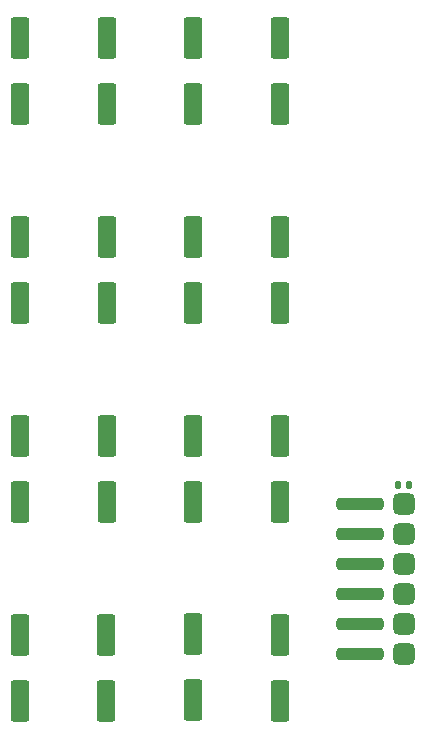
<source format=gbp>
G04 Layer: BottomSilkscreenLayer*
G04 EasyEDA v6.5.25, 2024-03-23 21:11:36*

G04 Gerber Generator version 0.2*
G04 Scale: 100 percent, Rotated: No, Reflected: No *
G04 Dimensions in millimeters  *
G04 leading zeros omitted , absolute positions ,3 integer and 6 decimal *
%TF.GenerationSoftware,KiCad,Pcbnew,7.0.9*%
%TF.CreationDate,2025-01-01T13:08:25+08:00*%
%TF.ProjectId,ver0.1-rounded,76657230-2e31-42d7-926f-756e6465642e,rev?*%
%TF.SameCoordinates,Original*%
%TF.FileFunction,Paste,Bot*%
%TF.FilePolarity,Positive*%
%FSLAX46Y46*%
G04 Gerber Fmt 4.6, Leading zero omitted, Abs format (unit mm)*
G04 Created by KiCad (PCBNEW 7.0.9) date 2025-01-01 13:08:25*
%MOMM*%
%LPD*%
G01*
G04 APERTURE LIST*
G04 Aperture macros list*
%AMRoundRect*
0 Rectangle with rounded corners*
0 $1 Rounding radius*
0 $2 $3 $4 $5 $6 $7 $8 $9 X,Y pos of 4 corners*
0 Add a 4 corners polygon primitive as box body*
4,1,4,$2,$3,$4,$5,$6,$7,$8,$9,$2,$3,0*
0 Add four circle primitives for the rounded corners*
1,1,$1+$1,$2,$3*
1,1,$1+$1,$4,$5*
1,1,$1+$1,$6,$7*
1,1,$1+$1,$8,$9*
0 Add four rect primitives between the rounded corners*
20,1,$1+$1,$2,$3,$4,$5,0*
20,1,$1+$1,$4,$5,$6,$7,0*
20,1,$1+$1,$6,$7,$8,$9,0*
20,1,$1+$1,$8,$9,$2,$3,0*%
G04 Aperture macros list end*
%ADD10RoundRect,0.254000X-1.752600X0.254000X-1.752600X-0.254000X1.752600X-0.254000X1.752600X0.254000X0*%
%ADD11RoundRect,0.457200X-0.457200X0.457200X-0.457200X-0.457200X0.457200X-0.457200X0.457200X0.457200X0*%
%ADD12RoundRect,0.147500X-0.147500X-0.172500X0.147500X-0.172500X0.147500X0.172500X-0.147500X0.172500X0*%
%ADD13RoundRect,0.250000X-0.550000X1.500000X-0.550000X-1.500000X0.550000X-1.500000X0.550000X1.500000X0*%
G04 APERTURE END LIST*
D10*
%TO.C,U7*%
X177673000Y-116306600D03*
D11*
X181363112Y-116306600D03*
D10*
X177673000Y-118846600D03*
D11*
X181363112Y-118846600D03*
D10*
X177673000Y-121386600D03*
D11*
X181363112Y-121386600D03*
D10*
X177673000Y-123926600D03*
D11*
X181363112Y-123926600D03*
D10*
X177673000Y-126466600D03*
D11*
X181363112Y-126466600D03*
D10*
X177673000Y-129006600D03*
D11*
X181363112Y-129006600D03*
%TD*%
D12*
%TO.C,R43*%
X180871000Y-114706400D03*
X181841000Y-114706400D03*
%TD*%
D13*
%TO.C,C101*%
X156211020Y-116181640D03*
X156211020Y-110581640D03*
%TD*%
%TO.C,C98*%
X170917620Y-116181640D03*
X170917620Y-110581640D03*
%TD*%
%TO.C,C104*%
X163550600Y-82486876D03*
X163550600Y-76886876D03*
%TD*%
%TO.C,C105*%
X148845020Y-132996640D03*
X148845020Y-127396640D03*
%TD*%
%TO.C,C70*%
X170917620Y-132996640D03*
X170917620Y-127396640D03*
%TD*%
%TO.C,C67*%
X156210000Y-82505200D03*
X156210000Y-76905200D03*
%TD*%
%TO.C,C71*%
X148870420Y-99341240D03*
X148870420Y-93741240D03*
%TD*%
%TO.C,C99*%
X148845020Y-116181640D03*
X148845020Y-110581640D03*
%TD*%
%TO.C,C72*%
X163551620Y-99322916D03*
X163551620Y-93722916D03*
%TD*%
%TO.C,C69*%
X148869400Y-82505200D03*
X148869400Y-76905200D03*
%TD*%
%TO.C,C100*%
X170916600Y-82505200D03*
X170916600Y-76905200D03*
%TD*%
%TO.C,C68*%
X170917620Y-99341240D03*
X170917620Y-93741240D03*
%TD*%
%TO.C,C66*%
X163526220Y-132971240D03*
X163526220Y-127371240D03*
%TD*%
%TO.C,C102*%
X163551620Y-116181640D03*
X163551620Y-110581640D03*
%TD*%
%TO.C,C73*%
X156211020Y-99341240D03*
X156211020Y-93741240D03*
%TD*%
%TO.C,C103*%
X156185620Y-132996640D03*
X156185620Y-127396640D03*
%TD*%
M02*

</source>
